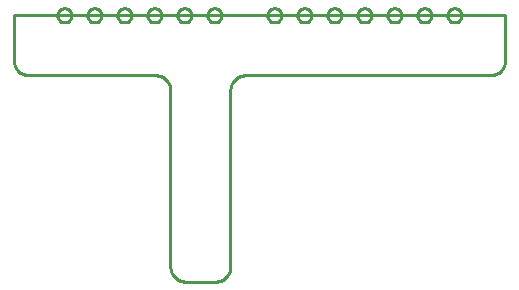
<source format=gbr>
G04 EAGLE Gerber RS-274X export*
G75*
%MOMM*%
%FSLAX34Y34*%
%LPD*%
%IN*%
%IPPOS*%
%AMOC8*
5,1,8,0,0,1.08239X$1,22.5*%
G01*
%ADD10C,0.254000*%


D10*
X7938Y190500D02*
X7986Y189393D01*
X8130Y188295D01*
X8370Y187213D01*
X8703Y186156D01*
X9127Y185133D01*
X9639Y184150D01*
X10234Y183216D01*
X10909Y182337D01*
X11657Y181520D01*
X12474Y180771D01*
X13353Y180097D01*
X14288Y179501D01*
X15270Y178990D01*
X16294Y178566D01*
X17351Y178233D01*
X18432Y177993D01*
X19531Y177848D01*
X20638Y177800D01*
X127794Y177800D01*
X128901Y177752D01*
X129999Y177607D01*
X131081Y177367D01*
X132137Y177034D01*
X133161Y176610D01*
X134144Y176099D01*
X135078Y175503D01*
X135957Y174829D01*
X136774Y174080D01*
X137523Y173263D01*
X138197Y172384D01*
X138792Y171450D01*
X139304Y170467D01*
X139728Y169444D01*
X140061Y168387D01*
X140301Y167305D01*
X140445Y166207D01*
X140494Y165100D01*
X140494Y15875D01*
X140542Y14768D01*
X140687Y13670D01*
X140927Y12588D01*
X141260Y11531D01*
X141684Y10508D01*
X142195Y9525D01*
X142791Y8591D01*
X143465Y7712D01*
X144214Y6895D01*
X145030Y6146D01*
X145909Y5472D01*
X146844Y4876D01*
X147827Y4365D01*
X148850Y3941D01*
X149907Y3608D01*
X150988Y3368D01*
X152087Y3223D01*
X153194Y3175D01*
X178594Y3175D01*
X179701Y3223D01*
X180799Y3368D01*
X181881Y3608D01*
X182937Y3941D01*
X183961Y4365D01*
X184944Y4876D01*
X185878Y5472D01*
X186757Y6146D01*
X187574Y6895D01*
X188323Y7712D01*
X188997Y8591D01*
X189592Y9525D01*
X190104Y10508D01*
X190528Y11531D01*
X190861Y12588D01*
X191101Y13670D01*
X191245Y14768D01*
X191294Y15875D01*
X191294Y165100D01*
X191342Y166207D01*
X191487Y167305D01*
X191727Y168387D01*
X192060Y169444D01*
X192484Y170467D01*
X192995Y171450D01*
X193591Y172384D01*
X194265Y173263D01*
X195014Y174080D01*
X195830Y174829D01*
X196709Y175503D01*
X197644Y176099D01*
X198627Y176610D01*
X199650Y177034D01*
X200707Y177367D01*
X201788Y177607D01*
X202887Y177752D01*
X203994Y177800D01*
X411163Y177800D01*
X412269Y177848D01*
X413368Y177993D01*
X414450Y178233D01*
X415506Y178566D01*
X416530Y178990D01*
X417513Y179501D01*
X418447Y180097D01*
X419326Y180771D01*
X420143Y181520D01*
X420891Y182337D01*
X421566Y183216D01*
X422161Y184150D01*
X422673Y185133D01*
X423097Y186156D01*
X423430Y187213D01*
X423670Y188295D01*
X423814Y189393D01*
X423863Y190500D01*
X423863Y228600D01*
X7938Y228600D01*
X7938Y190500D01*
X56800Y228263D02*
X56725Y227593D01*
X56575Y226936D01*
X56352Y226300D01*
X56060Y225693D01*
X55701Y225123D01*
X55281Y224596D01*
X54804Y224119D01*
X54278Y223699D01*
X53707Y223340D01*
X53100Y223048D01*
X52464Y222825D01*
X51807Y222675D01*
X51137Y222600D01*
X50463Y222600D01*
X49793Y222675D01*
X49136Y222825D01*
X48500Y223048D01*
X47893Y223340D01*
X47323Y223699D01*
X46796Y224119D01*
X46319Y224596D01*
X45899Y225123D01*
X45540Y225693D01*
X45248Y226300D01*
X45025Y226936D01*
X44875Y227593D01*
X44800Y228263D01*
X44800Y228937D01*
X44875Y229607D01*
X45025Y230264D01*
X45248Y230900D01*
X45540Y231507D01*
X45899Y232078D01*
X46319Y232604D01*
X46796Y233081D01*
X47323Y233501D01*
X47893Y233860D01*
X48500Y234152D01*
X49136Y234375D01*
X49793Y234525D01*
X50463Y234600D01*
X51137Y234600D01*
X51807Y234525D01*
X52464Y234375D01*
X53100Y234152D01*
X53707Y233860D01*
X54278Y233501D01*
X54804Y233081D01*
X55281Y232604D01*
X55701Y232078D01*
X56060Y231507D01*
X56352Y230900D01*
X56575Y230264D01*
X56725Y229607D01*
X56800Y228937D01*
X56800Y228263D01*
X82200Y228263D02*
X82125Y227593D01*
X81975Y226936D01*
X81752Y226300D01*
X81460Y225693D01*
X81101Y225123D01*
X80681Y224596D01*
X80204Y224119D01*
X79678Y223699D01*
X79107Y223340D01*
X78500Y223048D01*
X77864Y222825D01*
X77207Y222675D01*
X76537Y222600D01*
X75863Y222600D01*
X75193Y222675D01*
X74536Y222825D01*
X73900Y223048D01*
X73293Y223340D01*
X72723Y223699D01*
X72196Y224119D01*
X71719Y224596D01*
X71299Y225123D01*
X70940Y225693D01*
X70648Y226300D01*
X70425Y226936D01*
X70275Y227593D01*
X70200Y228263D01*
X70200Y228937D01*
X70275Y229607D01*
X70425Y230264D01*
X70648Y230900D01*
X70940Y231507D01*
X71299Y232078D01*
X71719Y232604D01*
X72196Y233081D01*
X72723Y233501D01*
X73293Y233860D01*
X73900Y234152D01*
X74536Y234375D01*
X75193Y234525D01*
X75863Y234600D01*
X76537Y234600D01*
X77207Y234525D01*
X77864Y234375D01*
X78500Y234152D01*
X79107Y233860D01*
X79678Y233501D01*
X80204Y233081D01*
X80681Y232604D01*
X81101Y232078D01*
X81460Y231507D01*
X81752Y230900D01*
X81975Y230264D01*
X82125Y229607D01*
X82200Y228937D01*
X82200Y228263D01*
X107600Y228263D02*
X107525Y227593D01*
X107375Y226936D01*
X107152Y226300D01*
X106860Y225693D01*
X106501Y225123D01*
X106081Y224596D01*
X105604Y224119D01*
X105078Y223699D01*
X104507Y223340D01*
X103900Y223048D01*
X103264Y222825D01*
X102607Y222675D01*
X101937Y222600D01*
X101263Y222600D01*
X100593Y222675D01*
X99936Y222825D01*
X99300Y223048D01*
X98693Y223340D01*
X98123Y223699D01*
X97596Y224119D01*
X97119Y224596D01*
X96699Y225123D01*
X96340Y225693D01*
X96048Y226300D01*
X95825Y226936D01*
X95675Y227593D01*
X95600Y228263D01*
X95600Y228937D01*
X95675Y229607D01*
X95825Y230264D01*
X96048Y230900D01*
X96340Y231507D01*
X96699Y232078D01*
X97119Y232604D01*
X97596Y233081D01*
X98123Y233501D01*
X98693Y233860D01*
X99300Y234152D01*
X99936Y234375D01*
X100593Y234525D01*
X101263Y234600D01*
X101937Y234600D01*
X102607Y234525D01*
X103264Y234375D01*
X103900Y234152D01*
X104507Y233860D01*
X105078Y233501D01*
X105604Y233081D01*
X106081Y232604D01*
X106501Y232078D01*
X106860Y231507D01*
X107152Y230900D01*
X107375Y230264D01*
X107525Y229607D01*
X107600Y228937D01*
X107600Y228263D01*
X133000Y228263D02*
X132925Y227593D01*
X132775Y226936D01*
X132552Y226300D01*
X132260Y225693D01*
X131901Y225123D01*
X131481Y224596D01*
X131004Y224119D01*
X130478Y223699D01*
X129907Y223340D01*
X129300Y223048D01*
X128664Y222825D01*
X128007Y222675D01*
X127337Y222600D01*
X126663Y222600D01*
X125993Y222675D01*
X125336Y222825D01*
X124700Y223048D01*
X124093Y223340D01*
X123523Y223699D01*
X122996Y224119D01*
X122519Y224596D01*
X122099Y225123D01*
X121740Y225693D01*
X121448Y226300D01*
X121225Y226936D01*
X121075Y227593D01*
X121000Y228263D01*
X121000Y228937D01*
X121075Y229607D01*
X121225Y230264D01*
X121448Y230900D01*
X121740Y231507D01*
X122099Y232078D01*
X122519Y232604D01*
X122996Y233081D01*
X123523Y233501D01*
X124093Y233860D01*
X124700Y234152D01*
X125336Y234375D01*
X125993Y234525D01*
X126663Y234600D01*
X127337Y234600D01*
X128007Y234525D01*
X128664Y234375D01*
X129300Y234152D01*
X129907Y233860D01*
X130478Y233501D01*
X131004Y233081D01*
X131481Y232604D01*
X131901Y232078D01*
X132260Y231507D01*
X132552Y230900D01*
X132775Y230264D01*
X132925Y229607D01*
X133000Y228937D01*
X133000Y228263D01*
X158400Y228263D02*
X158325Y227593D01*
X158175Y226936D01*
X157952Y226300D01*
X157660Y225693D01*
X157301Y225123D01*
X156881Y224596D01*
X156404Y224119D01*
X155878Y223699D01*
X155307Y223340D01*
X154700Y223048D01*
X154064Y222825D01*
X153407Y222675D01*
X152737Y222600D01*
X152063Y222600D01*
X151393Y222675D01*
X150736Y222825D01*
X150100Y223048D01*
X149493Y223340D01*
X148923Y223699D01*
X148396Y224119D01*
X147919Y224596D01*
X147499Y225123D01*
X147140Y225693D01*
X146848Y226300D01*
X146625Y226936D01*
X146475Y227593D01*
X146400Y228263D01*
X146400Y228937D01*
X146475Y229607D01*
X146625Y230264D01*
X146848Y230900D01*
X147140Y231507D01*
X147499Y232078D01*
X147919Y232604D01*
X148396Y233081D01*
X148923Y233501D01*
X149493Y233860D01*
X150100Y234152D01*
X150736Y234375D01*
X151393Y234525D01*
X152063Y234600D01*
X152737Y234600D01*
X153407Y234525D01*
X154064Y234375D01*
X154700Y234152D01*
X155307Y233860D01*
X155878Y233501D01*
X156404Y233081D01*
X156881Y232604D01*
X157301Y232078D01*
X157660Y231507D01*
X157952Y230900D01*
X158175Y230264D01*
X158325Y229607D01*
X158400Y228937D01*
X158400Y228263D01*
X183800Y228263D02*
X183725Y227593D01*
X183575Y226936D01*
X183352Y226300D01*
X183060Y225693D01*
X182701Y225123D01*
X182281Y224596D01*
X181804Y224119D01*
X181278Y223699D01*
X180707Y223340D01*
X180100Y223048D01*
X179464Y222825D01*
X178807Y222675D01*
X178137Y222600D01*
X177463Y222600D01*
X176793Y222675D01*
X176136Y222825D01*
X175500Y223048D01*
X174893Y223340D01*
X174323Y223699D01*
X173796Y224119D01*
X173319Y224596D01*
X172899Y225123D01*
X172540Y225693D01*
X172248Y226300D01*
X172025Y226936D01*
X171875Y227593D01*
X171800Y228263D01*
X171800Y228937D01*
X171875Y229607D01*
X172025Y230264D01*
X172248Y230900D01*
X172540Y231507D01*
X172899Y232078D01*
X173319Y232604D01*
X173796Y233081D01*
X174323Y233501D01*
X174893Y233860D01*
X175500Y234152D01*
X176136Y234375D01*
X176793Y234525D01*
X177463Y234600D01*
X178137Y234600D01*
X178807Y234525D01*
X179464Y234375D01*
X180100Y234152D01*
X180707Y233860D01*
X181278Y233501D01*
X181804Y233081D01*
X182281Y232604D01*
X182701Y232078D01*
X183060Y231507D01*
X183352Y230900D01*
X183575Y230264D01*
X183725Y229607D01*
X183800Y228937D01*
X183800Y228263D01*
X234600Y228263D02*
X234525Y227593D01*
X234375Y226936D01*
X234152Y226300D01*
X233860Y225693D01*
X233501Y225123D01*
X233081Y224596D01*
X232604Y224119D01*
X232078Y223699D01*
X231507Y223340D01*
X230900Y223048D01*
X230264Y222825D01*
X229607Y222675D01*
X228937Y222600D01*
X228263Y222600D01*
X227593Y222675D01*
X226936Y222825D01*
X226300Y223048D01*
X225693Y223340D01*
X225123Y223699D01*
X224596Y224119D01*
X224119Y224596D01*
X223699Y225123D01*
X223340Y225693D01*
X223048Y226300D01*
X222825Y226936D01*
X222675Y227593D01*
X222600Y228263D01*
X222600Y228937D01*
X222675Y229607D01*
X222825Y230264D01*
X223048Y230900D01*
X223340Y231507D01*
X223699Y232078D01*
X224119Y232604D01*
X224596Y233081D01*
X225123Y233501D01*
X225693Y233860D01*
X226300Y234152D01*
X226936Y234375D01*
X227593Y234525D01*
X228263Y234600D01*
X228937Y234600D01*
X229607Y234525D01*
X230264Y234375D01*
X230900Y234152D01*
X231507Y233860D01*
X232078Y233501D01*
X232604Y233081D01*
X233081Y232604D01*
X233501Y232078D01*
X233860Y231507D01*
X234152Y230900D01*
X234375Y230264D01*
X234525Y229607D01*
X234600Y228937D01*
X234600Y228263D01*
X260000Y228263D02*
X259925Y227593D01*
X259775Y226936D01*
X259552Y226300D01*
X259260Y225693D01*
X258901Y225123D01*
X258481Y224596D01*
X258004Y224119D01*
X257478Y223699D01*
X256907Y223340D01*
X256300Y223048D01*
X255664Y222825D01*
X255007Y222675D01*
X254337Y222600D01*
X253663Y222600D01*
X252993Y222675D01*
X252336Y222825D01*
X251700Y223048D01*
X251093Y223340D01*
X250523Y223699D01*
X249996Y224119D01*
X249519Y224596D01*
X249099Y225123D01*
X248740Y225693D01*
X248448Y226300D01*
X248225Y226936D01*
X248075Y227593D01*
X248000Y228263D01*
X248000Y228937D01*
X248075Y229607D01*
X248225Y230264D01*
X248448Y230900D01*
X248740Y231507D01*
X249099Y232078D01*
X249519Y232604D01*
X249996Y233081D01*
X250523Y233501D01*
X251093Y233860D01*
X251700Y234152D01*
X252336Y234375D01*
X252993Y234525D01*
X253663Y234600D01*
X254337Y234600D01*
X255007Y234525D01*
X255664Y234375D01*
X256300Y234152D01*
X256907Y233860D01*
X257478Y233501D01*
X258004Y233081D01*
X258481Y232604D01*
X258901Y232078D01*
X259260Y231507D01*
X259552Y230900D01*
X259775Y230264D01*
X259925Y229607D01*
X260000Y228937D01*
X260000Y228263D01*
X285400Y228263D02*
X285325Y227593D01*
X285175Y226936D01*
X284952Y226300D01*
X284660Y225693D01*
X284301Y225123D01*
X283881Y224596D01*
X283404Y224119D01*
X282878Y223699D01*
X282307Y223340D01*
X281700Y223048D01*
X281064Y222825D01*
X280407Y222675D01*
X279737Y222600D01*
X279063Y222600D01*
X278393Y222675D01*
X277736Y222825D01*
X277100Y223048D01*
X276493Y223340D01*
X275923Y223699D01*
X275396Y224119D01*
X274919Y224596D01*
X274499Y225123D01*
X274140Y225693D01*
X273848Y226300D01*
X273625Y226936D01*
X273475Y227593D01*
X273400Y228263D01*
X273400Y228937D01*
X273475Y229607D01*
X273625Y230264D01*
X273848Y230900D01*
X274140Y231507D01*
X274499Y232078D01*
X274919Y232604D01*
X275396Y233081D01*
X275923Y233501D01*
X276493Y233860D01*
X277100Y234152D01*
X277736Y234375D01*
X278393Y234525D01*
X279063Y234600D01*
X279737Y234600D01*
X280407Y234525D01*
X281064Y234375D01*
X281700Y234152D01*
X282307Y233860D01*
X282878Y233501D01*
X283404Y233081D01*
X283881Y232604D01*
X284301Y232078D01*
X284660Y231507D01*
X284952Y230900D01*
X285175Y230264D01*
X285325Y229607D01*
X285400Y228937D01*
X285400Y228263D01*
X310800Y228263D02*
X310725Y227593D01*
X310575Y226936D01*
X310352Y226300D01*
X310060Y225693D01*
X309701Y225123D01*
X309281Y224596D01*
X308804Y224119D01*
X308278Y223699D01*
X307707Y223340D01*
X307100Y223048D01*
X306464Y222825D01*
X305807Y222675D01*
X305137Y222600D01*
X304463Y222600D01*
X303793Y222675D01*
X303136Y222825D01*
X302500Y223048D01*
X301893Y223340D01*
X301323Y223699D01*
X300796Y224119D01*
X300319Y224596D01*
X299899Y225123D01*
X299540Y225693D01*
X299248Y226300D01*
X299025Y226936D01*
X298875Y227593D01*
X298800Y228263D01*
X298800Y228937D01*
X298875Y229607D01*
X299025Y230264D01*
X299248Y230900D01*
X299540Y231507D01*
X299899Y232078D01*
X300319Y232604D01*
X300796Y233081D01*
X301323Y233501D01*
X301893Y233860D01*
X302500Y234152D01*
X303136Y234375D01*
X303793Y234525D01*
X304463Y234600D01*
X305137Y234600D01*
X305807Y234525D01*
X306464Y234375D01*
X307100Y234152D01*
X307707Y233860D01*
X308278Y233501D01*
X308804Y233081D01*
X309281Y232604D01*
X309701Y232078D01*
X310060Y231507D01*
X310352Y230900D01*
X310575Y230264D01*
X310725Y229607D01*
X310800Y228937D01*
X310800Y228263D01*
X336200Y228263D02*
X336125Y227593D01*
X335975Y226936D01*
X335752Y226300D01*
X335460Y225693D01*
X335101Y225123D01*
X334681Y224596D01*
X334204Y224119D01*
X333678Y223699D01*
X333107Y223340D01*
X332500Y223048D01*
X331864Y222825D01*
X331207Y222675D01*
X330537Y222600D01*
X329863Y222600D01*
X329193Y222675D01*
X328536Y222825D01*
X327900Y223048D01*
X327293Y223340D01*
X326723Y223699D01*
X326196Y224119D01*
X325719Y224596D01*
X325299Y225123D01*
X324940Y225693D01*
X324648Y226300D01*
X324425Y226936D01*
X324275Y227593D01*
X324200Y228263D01*
X324200Y228937D01*
X324275Y229607D01*
X324425Y230264D01*
X324648Y230900D01*
X324940Y231507D01*
X325299Y232078D01*
X325719Y232604D01*
X326196Y233081D01*
X326723Y233501D01*
X327293Y233860D01*
X327900Y234152D01*
X328536Y234375D01*
X329193Y234525D01*
X329863Y234600D01*
X330537Y234600D01*
X331207Y234525D01*
X331864Y234375D01*
X332500Y234152D01*
X333107Y233860D01*
X333678Y233501D01*
X334204Y233081D01*
X334681Y232604D01*
X335101Y232078D01*
X335460Y231507D01*
X335752Y230900D01*
X335975Y230264D01*
X336125Y229607D01*
X336200Y228937D01*
X336200Y228263D01*
X361600Y228263D02*
X361525Y227593D01*
X361375Y226936D01*
X361152Y226300D01*
X360860Y225693D01*
X360501Y225123D01*
X360081Y224596D01*
X359604Y224119D01*
X359078Y223699D01*
X358507Y223340D01*
X357900Y223048D01*
X357264Y222825D01*
X356607Y222675D01*
X355937Y222600D01*
X355263Y222600D01*
X354593Y222675D01*
X353936Y222825D01*
X353300Y223048D01*
X352693Y223340D01*
X352123Y223699D01*
X351596Y224119D01*
X351119Y224596D01*
X350699Y225123D01*
X350340Y225693D01*
X350048Y226300D01*
X349825Y226936D01*
X349675Y227593D01*
X349600Y228263D01*
X349600Y228937D01*
X349675Y229607D01*
X349825Y230264D01*
X350048Y230900D01*
X350340Y231507D01*
X350699Y232078D01*
X351119Y232604D01*
X351596Y233081D01*
X352123Y233501D01*
X352693Y233860D01*
X353300Y234152D01*
X353936Y234375D01*
X354593Y234525D01*
X355263Y234600D01*
X355937Y234600D01*
X356607Y234525D01*
X357264Y234375D01*
X357900Y234152D01*
X358507Y233860D01*
X359078Y233501D01*
X359604Y233081D01*
X360081Y232604D01*
X360501Y232078D01*
X360860Y231507D01*
X361152Y230900D01*
X361375Y230264D01*
X361525Y229607D01*
X361600Y228937D01*
X361600Y228263D01*
X387000Y228263D02*
X386925Y227593D01*
X386775Y226936D01*
X386552Y226300D01*
X386260Y225693D01*
X385901Y225123D01*
X385481Y224596D01*
X385004Y224119D01*
X384478Y223699D01*
X383907Y223340D01*
X383300Y223048D01*
X382664Y222825D01*
X382007Y222675D01*
X381337Y222600D01*
X380663Y222600D01*
X379993Y222675D01*
X379336Y222825D01*
X378700Y223048D01*
X378093Y223340D01*
X377523Y223699D01*
X376996Y224119D01*
X376519Y224596D01*
X376099Y225123D01*
X375740Y225693D01*
X375448Y226300D01*
X375225Y226936D01*
X375075Y227593D01*
X375000Y228263D01*
X375000Y228937D01*
X375075Y229607D01*
X375225Y230264D01*
X375448Y230900D01*
X375740Y231507D01*
X376099Y232078D01*
X376519Y232604D01*
X376996Y233081D01*
X377523Y233501D01*
X378093Y233860D01*
X378700Y234152D01*
X379336Y234375D01*
X379993Y234525D01*
X380663Y234600D01*
X381337Y234600D01*
X382007Y234525D01*
X382664Y234375D01*
X383300Y234152D01*
X383907Y233860D01*
X384478Y233501D01*
X385004Y233081D01*
X385481Y232604D01*
X385901Y232078D01*
X386260Y231507D01*
X386552Y230900D01*
X386775Y230264D01*
X386925Y229607D01*
X387000Y228937D01*
X387000Y228263D01*
M02*

</source>
